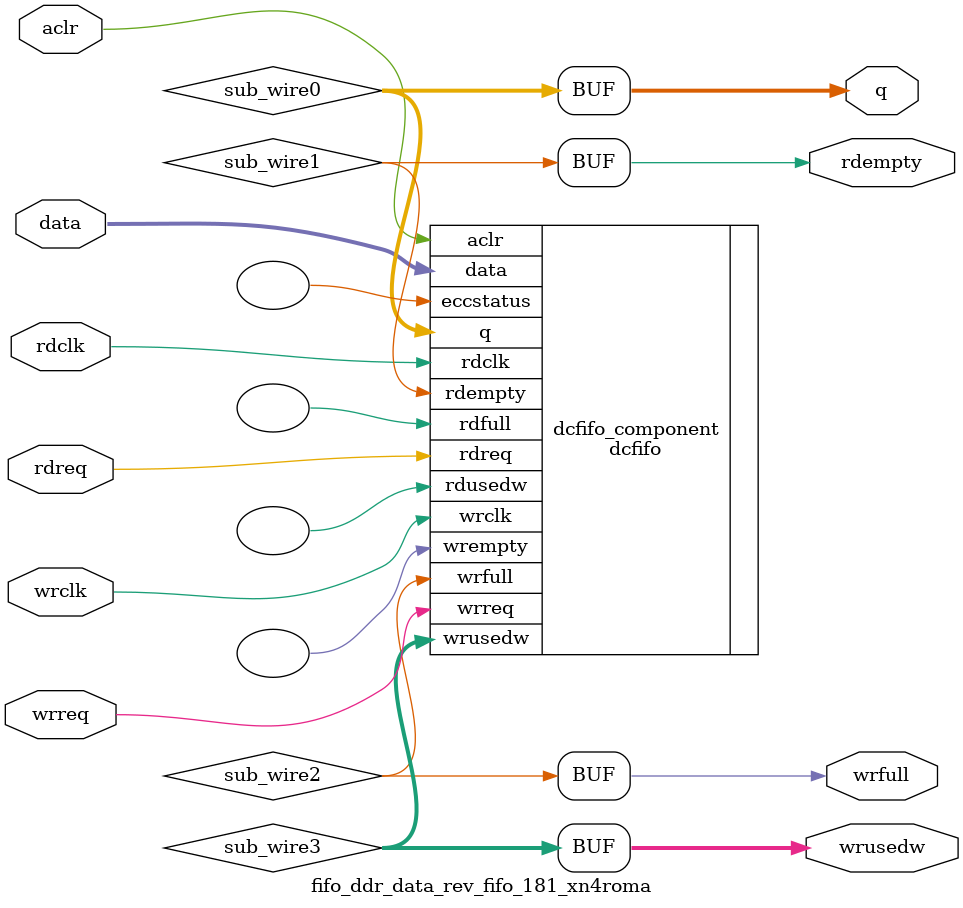
<source format=v>



`timescale 1 ps / 1 ps
// synopsys translate_on
module  fifo_ddr_data_rev_fifo_181_xn4roma  (
    aclr,
    data,
    rdclk,
    rdreq,
    wrclk,
    wrreq,
    q,
    rdempty,
    wrfull,
    wrusedw);

    input    aclr;
    input  [127:0]  data;
    input    rdclk;
    input    rdreq;
    input    wrclk;
    input    wrreq;
    output [127:0]  q;
    output   rdempty;
    output   wrfull;
    output [9:0]  wrusedw;
`ifndef ALTERA_RESERVED_QIS
// synopsys translate_off
`endif
    tri0     aclr;
`ifndef ALTERA_RESERVED_QIS
// synopsys translate_on
`endif

    wire [127:0] sub_wire0;
    wire  sub_wire1;
    wire  sub_wire2;
    wire [9:0] sub_wire3;
    wire [127:0] q = sub_wire0[127:0];
    wire  rdempty = sub_wire1;
    wire  wrfull = sub_wire2;
    wire [9:0] wrusedw = sub_wire3[9:0];

    dcfifo  dcfifo_component (
                .aclr (aclr),
                .data (data),
                .rdclk (rdclk),
                .rdreq (rdreq),
                .wrclk (wrclk),
                .wrreq (wrreq),
                .q (sub_wire0),
                .rdempty (sub_wire1),
                .wrfull (sub_wire2),
                .wrusedw (sub_wire3),
                .eccstatus (),
                .rdfull (),
                .rdusedw (),
                .wrempty ());
    defparam
        dcfifo_component.enable_ecc  = "FALSE",
        dcfifo_component.intended_device_family  = "Arria 10",
        dcfifo_component.lpm_hint  = "DISABLE_DCFIFO_EMBEDDED_TIMING_CONSTRAINT=TRUE",
        dcfifo_component.lpm_numwords  = 1024,
        dcfifo_component.lpm_showahead  = "ON",
        dcfifo_component.lpm_type  = "dcfifo",
        dcfifo_component.lpm_width  = 128,
        dcfifo_component.lpm_widthu  = 10,
        dcfifo_component.overflow_checking  = "ON",
        dcfifo_component.rdsync_delaypipe  = 4,
        dcfifo_component.read_aclr_synch  = "OFF",
        dcfifo_component.underflow_checking  = "ON",
        dcfifo_component.use_eab  = "ON",
        dcfifo_component.write_aclr_synch  = "OFF",
        dcfifo_component.wrsync_delaypipe  = 4;


endmodule



</source>
